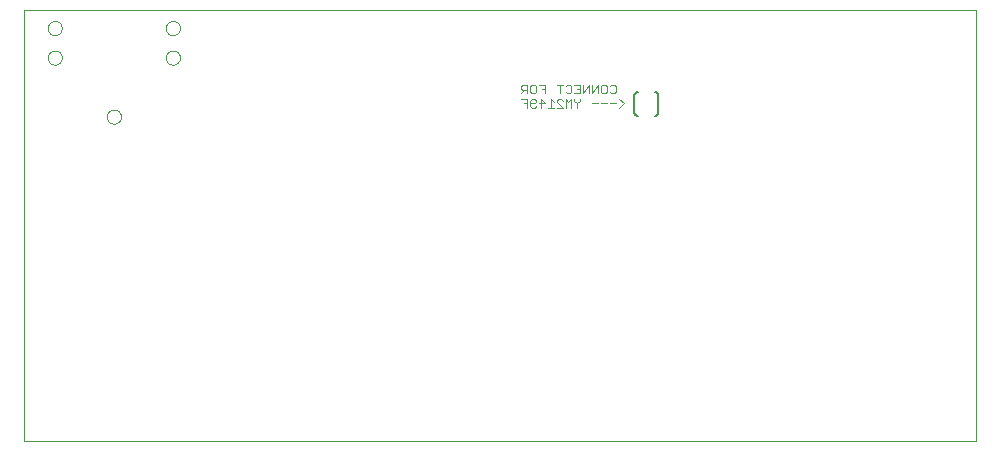
<source format=gbo>
G75*
G70*
%OFA0B0*%
%FSLAX24Y24*%
%IPPOS*%
%LPD*%
%AMOC8*
5,1,8,0,0,1.08239X$1,22.5*
%
%ADD10C,0.0000*%
%ADD11C,0.0030*%
%ADD12C,0.0080*%
D10*
X002180Y003130D02*
X002180Y017500D01*
X033922Y017500D01*
X033922Y003130D01*
X002180Y003130D01*
X004944Y013949D02*
X004946Y013979D01*
X004952Y014009D01*
X004961Y014038D01*
X004974Y014065D01*
X004991Y014090D01*
X005010Y014113D01*
X005033Y014134D01*
X005058Y014151D01*
X005084Y014165D01*
X005113Y014175D01*
X005142Y014182D01*
X005172Y014185D01*
X005203Y014184D01*
X005233Y014179D01*
X005262Y014170D01*
X005289Y014158D01*
X005315Y014143D01*
X005339Y014124D01*
X005360Y014102D01*
X005378Y014078D01*
X005393Y014051D01*
X005404Y014023D01*
X005412Y013994D01*
X005416Y013964D01*
X005416Y013934D01*
X005412Y013904D01*
X005404Y013875D01*
X005393Y013847D01*
X005378Y013820D01*
X005360Y013796D01*
X005339Y013774D01*
X005315Y013755D01*
X005289Y013740D01*
X005262Y013728D01*
X005233Y013719D01*
X005203Y013714D01*
X005172Y013713D01*
X005142Y013716D01*
X005113Y013723D01*
X005084Y013733D01*
X005058Y013747D01*
X005033Y013764D01*
X005010Y013785D01*
X004991Y013808D01*
X004974Y013833D01*
X004961Y013860D01*
X004952Y013889D01*
X004946Y013919D01*
X004944Y013949D01*
X002975Y015917D02*
X002977Y015947D01*
X002983Y015977D01*
X002992Y016006D01*
X003005Y016033D01*
X003022Y016058D01*
X003041Y016081D01*
X003064Y016102D01*
X003089Y016119D01*
X003115Y016133D01*
X003144Y016143D01*
X003173Y016150D01*
X003203Y016153D01*
X003234Y016152D01*
X003264Y016147D01*
X003293Y016138D01*
X003320Y016126D01*
X003346Y016111D01*
X003370Y016092D01*
X003391Y016070D01*
X003409Y016046D01*
X003424Y016019D01*
X003435Y015991D01*
X003443Y015962D01*
X003447Y015932D01*
X003447Y015902D01*
X003443Y015872D01*
X003435Y015843D01*
X003424Y015815D01*
X003409Y015788D01*
X003391Y015764D01*
X003370Y015742D01*
X003346Y015723D01*
X003320Y015708D01*
X003293Y015696D01*
X003264Y015687D01*
X003234Y015682D01*
X003203Y015681D01*
X003173Y015684D01*
X003144Y015691D01*
X003115Y015701D01*
X003089Y015715D01*
X003064Y015732D01*
X003041Y015753D01*
X003022Y015776D01*
X003005Y015801D01*
X002992Y015828D01*
X002983Y015857D01*
X002977Y015887D01*
X002975Y015917D01*
X002975Y016902D02*
X002977Y016932D01*
X002983Y016962D01*
X002992Y016991D01*
X003005Y017018D01*
X003022Y017043D01*
X003041Y017066D01*
X003064Y017087D01*
X003089Y017104D01*
X003115Y017118D01*
X003144Y017128D01*
X003173Y017135D01*
X003203Y017138D01*
X003234Y017137D01*
X003264Y017132D01*
X003293Y017123D01*
X003320Y017111D01*
X003346Y017096D01*
X003370Y017077D01*
X003391Y017055D01*
X003409Y017031D01*
X003424Y017004D01*
X003435Y016976D01*
X003443Y016947D01*
X003447Y016917D01*
X003447Y016887D01*
X003443Y016857D01*
X003435Y016828D01*
X003424Y016800D01*
X003409Y016773D01*
X003391Y016749D01*
X003370Y016727D01*
X003346Y016708D01*
X003320Y016693D01*
X003293Y016681D01*
X003264Y016672D01*
X003234Y016667D01*
X003203Y016666D01*
X003173Y016669D01*
X003144Y016676D01*
X003115Y016686D01*
X003089Y016700D01*
X003064Y016717D01*
X003041Y016738D01*
X003022Y016761D01*
X003005Y016786D01*
X002992Y016813D01*
X002983Y016842D01*
X002977Y016872D01*
X002975Y016902D01*
X006913Y016902D02*
X006915Y016932D01*
X006921Y016962D01*
X006930Y016991D01*
X006943Y017018D01*
X006960Y017043D01*
X006979Y017066D01*
X007002Y017087D01*
X007027Y017104D01*
X007053Y017118D01*
X007082Y017128D01*
X007111Y017135D01*
X007141Y017138D01*
X007172Y017137D01*
X007202Y017132D01*
X007231Y017123D01*
X007258Y017111D01*
X007284Y017096D01*
X007308Y017077D01*
X007329Y017055D01*
X007347Y017031D01*
X007362Y017004D01*
X007373Y016976D01*
X007381Y016947D01*
X007385Y016917D01*
X007385Y016887D01*
X007381Y016857D01*
X007373Y016828D01*
X007362Y016800D01*
X007347Y016773D01*
X007329Y016749D01*
X007308Y016727D01*
X007284Y016708D01*
X007258Y016693D01*
X007231Y016681D01*
X007202Y016672D01*
X007172Y016667D01*
X007141Y016666D01*
X007111Y016669D01*
X007082Y016676D01*
X007053Y016686D01*
X007027Y016700D01*
X007002Y016717D01*
X006979Y016738D01*
X006960Y016761D01*
X006943Y016786D01*
X006930Y016813D01*
X006921Y016842D01*
X006915Y016872D01*
X006913Y016902D01*
X006913Y015917D02*
X006915Y015947D01*
X006921Y015977D01*
X006930Y016006D01*
X006943Y016033D01*
X006960Y016058D01*
X006979Y016081D01*
X007002Y016102D01*
X007027Y016119D01*
X007053Y016133D01*
X007082Y016143D01*
X007111Y016150D01*
X007141Y016153D01*
X007172Y016152D01*
X007202Y016147D01*
X007231Y016138D01*
X007258Y016126D01*
X007284Y016111D01*
X007308Y016092D01*
X007329Y016070D01*
X007347Y016046D01*
X007362Y016019D01*
X007373Y015991D01*
X007381Y015962D01*
X007385Y015932D01*
X007385Y015902D01*
X007381Y015872D01*
X007373Y015843D01*
X007362Y015815D01*
X007347Y015788D01*
X007329Y015764D01*
X007308Y015742D01*
X007284Y015723D01*
X007258Y015708D01*
X007231Y015696D01*
X007202Y015687D01*
X007172Y015682D01*
X007141Y015681D01*
X007111Y015684D01*
X007082Y015691D01*
X007053Y015701D01*
X007027Y015715D01*
X007002Y015732D01*
X006979Y015753D01*
X006960Y015776D01*
X006943Y015801D01*
X006930Y015828D01*
X006921Y015857D01*
X006915Y015887D01*
X006913Y015917D01*
D11*
X018766Y014967D02*
X018766Y014870D01*
X018815Y014822D01*
X018960Y014822D01*
X018960Y014725D02*
X018960Y015015D01*
X018815Y015015D01*
X018766Y014967D01*
X018863Y014822D02*
X018766Y014725D01*
X018766Y014535D02*
X018960Y014535D01*
X018960Y014245D01*
X019061Y014293D02*
X019109Y014245D01*
X019206Y014245D01*
X019254Y014293D01*
X019206Y014390D02*
X019061Y014390D01*
X019061Y014293D02*
X019061Y014487D01*
X019109Y014535D01*
X019206Y014535D01*
X019254Y014487D01*
X019254Y014438D01*
X019206Y014390D01*
X019355Y014390D02*
X019549Y014390D01*
X019404Y014535D01*
X019404Y014245D01*
X019650Y014245D02*
X019844Y014245D01*
X019747Y014245D02*
X019747Y014535D01*
X019844Y014438D01*
X019945Y014438D02*
X020138Y014245D01*
X019945Y014245D01*
X019945Y014438D02*
X019945Y014487D01*
X019993Y014535D01*
X020090Y014535D01*
X020138Y014487D01*
X020239Y014535D02*
X020336Y014438D01*
X020433Y014535D01*
X020433Y014245D01*
X020239Y014245D02*
X020239Y014535D01*
X020288Y014725D02*
X020239Y014773D01*
X020288Y014725D02*
X020385Y014725D01*
X020433Y014773D01*
X020433Y014967D01*
X020385Y015015D01*
X020288Y015015D01*
X020239Y014967D01*
X020138Y015015D02*
X019945Y015015D01*
X020042Y015015D02*
X020042Y014725D01*
X020534Y014725D02*
X020728Y014725D01*
X020728Y015015D01*
X020534Y015015D01*
X020631Y014870D02*
X020728Y014870D01*
X020829Y014725D02*
X020829Y015015D01*
X021022Y015015D02*
X020829Y014725D01*
X021022Y014725D02*
X021022Y015015D01*
X021123Y015015D02*
X021123Y014725D01*
X021317Y015015D01*
X021317Y014725D01*
X021418Y014773D02*
X021418Y014967D01*
X021466Y015015D01*
X021563Y015015D01*
X021612Y014967D01*
X021612Y014773D01*
X021563Y014725D01*
X021466Y014725D01*
X021418Y014773D01*
X021713Y014773D02*
X021761Y014725D01*
X021858Y014725D01*
X021906Y014773D01*
X021906Y014967D01*
X021858Y015015D01*
X021761Y015015D01*
X021713Y014967D01*
X022007Y014535D02*
X022201Y014390D01*
X022007Y014245D01*
X021906Y014390D02*
X021713Y014390D01*
X021612Y014390D02*
X021418Y014390D01*
X021317Y014390D02*
X021123Y014390D01*
X020728Y014487D02*
X020631Y014390D01*
X020631Y014245D01*
X020631Y014390D02*
X020534Y014487D01*
X020534Y014535D01*
X020728Y014535D02*
X020728Y014487D01*
X019549Y014725D02*
X019549Y015015D01*
X019355Y015015D01*
X019254Y014967D02*
X019254Y014773D01*
X019206Y014725D01*
X019109Y014725D01*
X019061Y014773D01*
X019061Y014967D01*
X019109Y015015D01*
X019206Y015015D01*
X019254Y014967D01*
X019452Y014870D02*
X019549Y014870D01*
X018960Y014390D02*
X018863Y014390D01*
D12*
X022536Y014695D02*
X022536Y014065D01*
X022537Y014065D02*
X022542Y014049D01*
X022550Y014033D01*
X022560Y014019D01*
X022572Y014007D01*
X022587Y013997D01*
X022603Y013990D01*
X022620Y013986D01*
X022637Y013985D01*
X022655Y013987D01*
X023205Y013987D02*
X023223Y013985D01*
X023240Y013986D01*
X023257Y013990D01*
X023273Y013997D01*
X023288Y014007D01*
X023300Y014019D01*
X023310Y014033D01*
X023318Y014049D01*
X023323Y014065D01*
X023324Y014065D02*
X023324Y014695D01*
X023323Y014695D02*
X023318Y014711D01*
X023310Y014727D01*
X023300Y014741D01*
X023288Y014753D01*
X023273Y014763D01*
X023257Y014770D01*
X023240Y014774D01*
X023223Y014775D01*
X023205Y014773D01*
X022655Y014773D02*
X022637Y014775D01*
X022620Y014774D01*
X022603Y014770D01*
X022587Y014763D01*
X022572Y014753D01*
X022560Y014741D01*
X022550Y014727D01*
X022542Y014711D01*
X022537Y014695D01*
M02*

</source>
